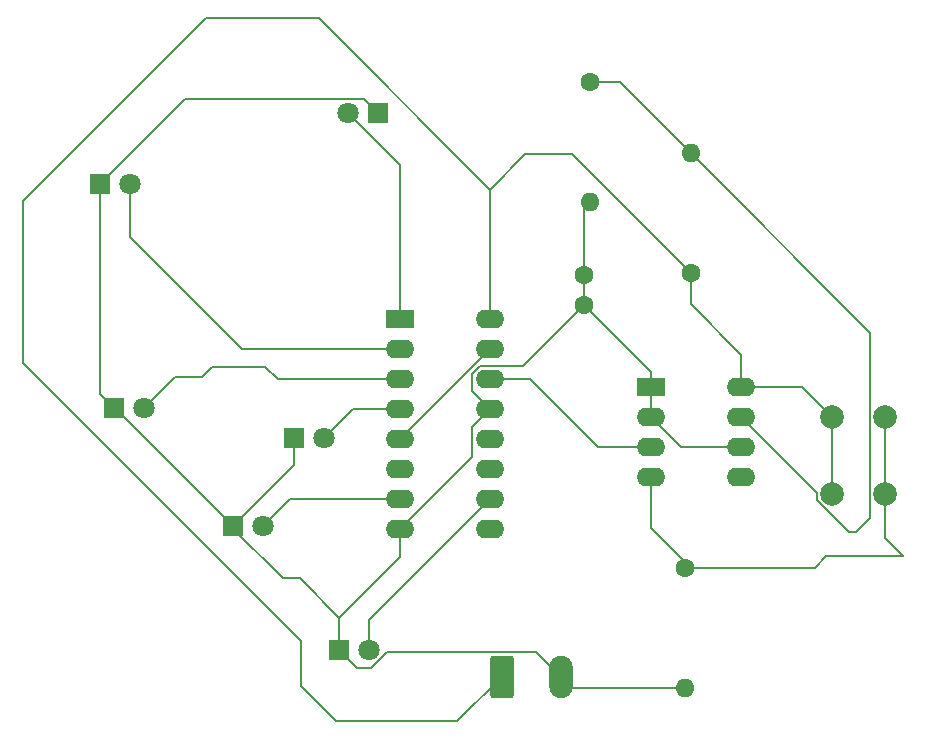
<source format=gbr>
%TF.GenerationSoftware,KiCad,Pcbnew,8.0.5*%
%TF.CreationDate,2024-09-28T21:24:11+05:30*%
%TF.ProjectId,555 DICE,35353520-4449-4434-952e-6b696361645f,rev?*%
%TF.SameCoordinates,Original*%
%TF.FileFunction,Copper,L1,Top*%
%TF.FilePolarity,Positive*%
%FSLAX46Y46*%
G04 Gerber Fmt 4.6, Leading zero omitted, Abs format (unit mm)*
G04 Created by KiCad (PCBNEW 8.0.5) date 2024-09-28 21:24:11*
%MOMM*%
%LPD*%
G01*
G04 APERTURE LIST*
G04 Aperture macros list*
%AMRoundRect*
0 Rectangle with rounded corners*
0 $1 Rounding radius*
0 $2 $3 $4 $5 $6 $7 $8 $9 X,Y pos of 4 corners*
0 Add a 4 corners polygon primitive as box body*
4,1,4,$2,$3,$4,$5,$6,$7,$8,$9,$2,$3,0*
0 Add four circle primitives for the rounded corners*
1,1,$1+$1,$2,$3*
1,1,$1+$1,$4,$5*
1,1,$1+$1,$6,$7*
1,1,$1+$1,$8,$9*
0 Add four rect primitives between the rounded corners*
20,1,$1+$1,$2,$3,$4,$5,0*
20,1,$1+$1,$4,$5,$6,$7,0*
20,1,$1+$1,$6,$7,$8,$9,0*
20,1,$1+$1,$8,$9,$2,$3,0*%
G04 Aperture macros list end*
%TA.AperFunction,ComponentPad*%
%ADD10R,2.400000X1.600000*%
%TD*%
%TA.AperFunction,ComponentPad*%
%ADD11O,2.400000X1.600000*%
%TD*%
%TA.AperFunction,ComponentPad*%
%ADD12C,2.000000*%
%TD*%
%TA.AperFunction,ComponentPad*%
%ADD13C,1.600000*%
%TD*%
%TA.AperFunction,ComponentPad*%
%ADD14O,1.600000X1.600000*%
%TD*%
%TA.AperFunction,ComponentPad*%
%ADD15R,1.800000X1.800000*%
%TD*%
%TA.AperFunction,ComponentPad*%
%ADD16C,1.800000*%
%TD*%
%TA.AperFunction,ComponentPad*%
%ADD17RoundRect,0.250000X-0.750000X-1.550000X0.750000X-1.550000X0.750000X1.550000X-0.750000X1.550000X0*%
%TD*%
%TA.AperFunction,ComponentPad*%
%ADD18O,2.000000X3.600000*%
%TD*%
%TA.AperFunction,Conductor*%
%ADD19C,0.200000*%
%TD*%
G04 APERTURE END LIST*
D10*
%TO.P,U2,1,Q5*%
%TO.N,Net-(D2-A)*%
X65880000Y-72460000D03*
D11*
%TO.P,U2,2,Q1*%
%TO.N,Net-(D5-A)*%
X65880000Y-75000000D03*
%TO.P,U2,3,Q0*%
%TO.N,Net-(D6-A)*%
X65880000Y-77540000D03*
%TO.P,U2,4,Q2*%
%TO.N,Net-(D3-A)*%
X65880000Y-80080000D03*
%TO.P,U2,5,Q6*%
%TO.N,Net-(U2-Q6)*%
X65880000Y-82620000D03*
%TO.P,U2,6,Q7*%
%TO.N,unconnected-(U2-Q7-Pad6)*%
X65880000Y-85160000D03*
%TO.P,U2,7,Q3*%
%TO.N,Net-(D4-A)*%
X65880000Y-87700000D03*
%TO.P,U2,8,VSS*%
%TO.N,GND*%
X65880000Y-90240000D03*
%TO.P,U2,9,Q8*%
%TO.N,unconnected-(U2-Q8-Pad9)*%
X73500000Y-90240000D03*
%TO.P,U2,10,Q4*%
%TO.N,Net-(D1-A)*%
X73500000Y-87700000D03*
%TO.P,U2,11,Q9*%
%TO.N,unconnected-(U2-Q9-Pad11)*%
X73500000Y-85160000D03*
%TO.P,U2,12,Cout*%
%TO.N,unconnected-(U2-Cout-Pad12)*%
X73500000Y-82620000D03*
%TO.P,U2,13,CKEN*%
%TO.N,GND*%
X73500000Y-80080000D03*
%TO.P,U2,14,CLK*%
%TO.N,Net-(U1-Q)*%
X73500000Y-77540000D03*
%TO.P,U2,15,Reset*%
%TO.N,Net-(U2-Q6)*%
X73500000Y-75000000D03*
%TO.P,U2,16,VDD*%
%TO.N,Net-(9V1-Pin_1)*%
X73500000Y-72460000D03*
%TD*%
D10*
%TO.P,U1,1,GND*%
%TO.N,GND*%
X87175000Y-78200000D03*
D11*
%TO.P,U1,2,TR*%
X87175000Y-80740000D03*
%TO.P,U1,3,Q*%
%TO.N,Net-(U1-Q)*%
X87175000Y-83280000D03*
%TO.P,U1,4,R*%
%TO.N,Net-(U1-R)*%
X87175000Y-85820000D03*
%TO.P,U1,5,CV*%
%TO.N,Net-(U1-CV)*%
X94795000Y-85820000D03*
%TO.P,U1,6,THR*%
%TO.N,GND*%
X94795000Y-83280000D03*
%TO.P,U1,7,DIS*%
%TO.N,Net-(U1-DIS)*%
X94795000Y-80740000D03*
%TO.P,U1,8,VCC*%
%TO.N,Net-(9V1-Pin_1)*%
X94795000Y-78200000D03*
%TD*%
D12*
%TO.P,SW2,1,1*%
%TO.N,Net-(U1-R)*%
X107000000Y-80750000D03*
X107000000Y-87250000D03*
%TO.P,SW2,2,2*%
%TO.N,Net-(9V1-Pin_1)*%
X102500000Y-80750000D03*
X102500000Y-87250000D03*
%TD*%
D13*
%TO.P,R3,1*%
%TO.N,Net-(U1-R)*%
X90000000Y-93500000D03*
D14*
%TO.P,R3,2*%
%TO.N,GND*%
X90000000Y-103660000D03*
%TD*%
D13*
%TO.P,R2,1*%
%TO.N,Net-(U1-DIS)*%
X82000000Y-52420000D03*
D14*
%TO.P,R2,2*%
%TO.N,GND*%
X82000000Y-62580000D03*
%TD*%
D13*
%TO.P,R1,1*%
%TO.N,Net-(9V1-Pin_1)*%
X90500000Y-68580000D03*
D14*
%TO.P,R1,2*%
%TO.N,Net-(U1-DIS)*%
X90500000Y-58420000D03*
%TD*%
D15*
%TO.P,D6,1,K*%
%TO.N,GND*%
X41725000Y-80000000D03*
D16*
%TO.P,D6,2,A*%
%TO.N,Net-(D6-A)*%
X44265000Y-80000000D03*
%TD*%
D15*
%TO.P,D5,1,K*%
%TO.N,GND*%
X40500000Y-61000000D03*
D16*
%TO.P,D5,2,A*%
%TO.N,Net-(D5-A)*%
X43040000Y-61000000D03*
%TD*%
D15*
%TO.P,D4,1,K*%
%TO.N,GND*%
X51775000Y-90000000D03*
D16*
%TO.P,D4,2,A*%
%TO.N,Net-(D4-A)*%
X54315000Y-90000000D03*
%TD*%
D15*
%TO.P,D3,1,K*%
%TO.N,GND*%
X56960000Y-82500000D03*
D16*
%TO.P,D3,2,A*%
%TO.N,Net-(D3-A)*%
X59500000Y-82500000D03*
%TD*%
D15*
%TO.P,D2,1,K*%
%TO.N,GND*%
X64040000Y-55000000D03*
D16*
%TO.P,D2,2,A*%
%TO.N,Net-(D2-A)*%
X61500000Y-55000000D03*
%TD*%
D15*
%TO.P,D1,1,K*%
%TO.N,GND*%
X60725000Y-100500000D03*
D16*
%TO.P,D1,2,A*%
%TO.N,Net-(D1-A)*%
X63265000Y-100500000D03*
%TD*%
D13*
%TO.P,C2,1*%
%TO.N,GND*%
X81500000Y-71250000D03*
%TO.P,C2,2*%
X81500000Y-68750000D03*
%TD*%
D17*
%TO.P,9V1,1,Pin_1*%
%TO.N,Net-(9V1-Pin_1)*%
X74500000Y-102722500D03*
D18*
%TO.P,9V1,2,Pin_2*%
%TO.N,GND*%
X79500000Y-102722500D03*
%TD*%
D19*
%TO.N,GND*%
X72644365Y-76440000D02*
X72000000Y-77084365D01*
X72000000Y-78580000D02*
X73500000Y-80080000D01*
X76310000Y-76440000D02*
X72644365Y-76440000D01*
X81500000Y-71250000D02*
X76310000Y-76440000D01*
X72000000Y-77084365D02*
X72000000Y-78580000D01*
%TO.N,Net-(9V1-Pin_1)*%
X90500000Y-71160000D02*
X90500000Y-68580000D01*
X94795000Y-75455000D02*
X90500000Y-71160000D01*
X76500000Y-58500000D02*
X80420000Y-58500000D01*
X80420000Y-58500000D02*
X90500000Y-68580000D01*
%TO.N,GND*%
X81500000Y-63080000D02*
X82000000Y-62580000D01*
X81500000Y-71250000D02*
X81500000Y-63080000D01*
X87175000Y-76925000D02*
X81500000Y-71250000D01*
X87175000Y-78200000D02*
X87175000Y-76925000D01*
%TO.N,Net-(9V1-Pin_1)*%
X99950000Y-78200000D02*
X94795000Y-78200000D01*
X102500000Y-80750000D02*
X99950000Y-78200000D01*
%TO.N,Net-(U1-R)*%
X107000000Y-91000000D02*
X108500000Y-92500000D01*
X107000000Y-80750000D02*
X107000000Y-91000000D01*
%TO.N,Net-(U1-DIS)*%
X101200000Y-87145000D02*
X94795000Y-80740000D01*
X104500000Y-90500000D02*
X103911522Y-90500000D01*
X105700000Y-89300000D02*
X104500000Y-90500000D01*
X103911522Y-90500000D02*
X101200000Y-87788478D01*
X105700000Y-73620000D02*
X105700000Y-89300000D01*
X90500000Y-58420000D02*
X105700000Y-73620000D01*
X101200000Y-87788478D02*
X101200000Y-87145000D01*
X84500000Y-52420000D02*
X90500000Y-58420000D01*
X82000000Y-52420000D02*
X84500000Y-52420000D01*
%TO.N,Net-(U1-Q)*%
X82655000Y-83280000D02*
X76915000Y-77540000D01*
X87175000Y-83280000D02*
X82655000Y-83280000D01*
%TO.N,GND*%
X87175000Y-78200000D02*
X87175000Y-80740000D01*
X89715000Y-83280000D02*
X87175000Y-80740000D01*
X94795000Y-83280000D02*
X89715000Y-83280000D01*
X80437500Y-103660000D02*
X79500000Y-102722500D01*
X90000000Y-103660000D02*
X80437500Y-103660000D01*
%TO.N,Net-(U1-R)*%
X90000000Y-93000000D02*
X87175000Y-90175000D01*
X87175000Y-90175000D02*
X87175000Y-85820000D01*
X90000000Y-93500000D02*
X90000000Y-93000000D01*
X101000000Y-93500000D02*
X102000000Y-92500000D01*
X90000000Y-93500000D02*
X101000000Y-93500000D01*
X108500000Y-92500000D02*
X102000000Y-92500000D01*
%TO.N,Net-(9V1-Pin_1)*%
X102500000Y-80750000D02*
X102500000Y-87250000D01*
X94795000Y-78200000D02*
X94795000Y-75455000D01*
%TO.N,GND*%
X63462057Y-102000000D02*
X62225000Y-102000000D01*
X64839557Y-100622500D02*
X63462057Y-102000000D01*
X62225000Y-102000000D02*
X60725000Y-100500000D01*
X77400000Y-100622500D02*
X64839557Y-100622500D01*
X79500000Y-102722500D02*
X77400000Y-100622500D01*
%TO.N,Net-(9V1-Pin_1)*%
X70722500Y-106500000D02*
X60500000Y-106500000D01*
X74500000Y-102722500D02*
X70722500Y-106500000D01*
X76500000Y-58500000D02*
X73500000Y-61500000D01*
%TO.N,Net-(U1-Q)*%
X73500000Y-77540000D02*
X76915000Y-77540000D01*
%TO.N,GND*%
X73500000Y-80080000D02*
X73900000Y-80080000D01*
%TO.N,Net-(9V1-Pin_1)*%
X57500000Y-103500000D02*
X60500000Y-106500000D01*
X57500000Y-99675000D02*
X57500000Y-103500000D01*
X34000000Y-76175000D02*
X57500000Y-99675000D01*
X34000000Y-62500000D02*
X34000000Y-76175000D01*
X49500000Y-47000000D02*
X34000000Y-62500000D01*
X59000000Y-47000000D02*
X49500000Y-47000000D01*
X73500000Y-61500000D02*
X59000000Y-47000000D01*
X73500000Y-72460000D02*
X73500000Y-61500000D01*
%TO.N,Net-(U2-Q6)*%
X65880000Y-82620000D02*
X73500000Y-75000000D01*
%TO.N,GND*%
X72000000Y-81580000D02*
X73500000Y-80080000D01*
X65880000Y-90240000D02*
X72000000Y-84120000D01*
X72000000Y-84120000D02*
X72000000Y-81580000D01*
%TO.N,Net-(D1-A)*%
X63265000Y-97935000D02*
X73500000Y-87700000D01*
X63265000Y-100500000D02*
X63265000Y-97935000D01*
%TO.N,GND*%
X57400000Y-94410000D02*
X60725000Y-97735000D01*
X55960000Y-94410000D02*
X57400000Y-94410000D01*
X60725000Y-97735000D02*
X60725000Y-100500000D01*
X65880000Y-92580000D02*
X60725000Y-97735000D01*
%TO.N,Net-(D3-A)*%
X61920000Y-80080000D02*
X65880000Y-80080000D01*
X59500000Y-82500000D02*
X61920000Y-80080000D01*
%TO.N,Net-(D4-A)*%
X56615000Y-87700000D02*
X65880000Y-87700000D01*
X54315000Y-90000000D02*
X56615000Y-87700000D01*
%TO.N,GND*%
X65880000Y-90240000D02*
X65880000Y-92580000D01*
X51775000Y-90225000D02*
X55960000Y-94410000D01*
X51775000Y-90000000D02*
X51775000Y-90225000D01*
X56960000Y-82500000D02*
X56960000Y-84815000D01*
X56960000Y-84815000D02*
X51775000Y-90000000D01*
X41775000Y-80000000D02*
X51775000Y-90000000D01*
X41725000Y-80000000D02*
X41775000Y-80000000D01*
X40500000Y-78775000D02*
X41725000Y-80000000D01*
X40500000Y-61000000D02*
X40500000Y-78775000D01*
X47700000Y-53800000D02*
X40500000Y-61000000D01*
X64040000Y-55000000D02*
X62840000Y-53800000D01*
X62840000Y-53800000D02*
X47700000Y-53800000D01*
%TO.N,Net-(D6-A)*%
X46882500Y-77382500D02*
X49117500Y-77382500D01*
X49117500Y-77382500D02*
X50000000Y-76500000D01*
X44265000Y-80000000D02*
X46882500Y-77382500D01*
%TO.N,Net-(D5-A)*%
X43040000Y-61000000D02*
X43040000Y-65540000D01*
X52500000Y-75000000D02*
X65880000Y-75000000D01*
X43040000Y-65540000D02*
X52500000Y-75000000D01*
%TO.N,Net-(D6-A)*%
X50000000Y-76500000D02*
X54500000Y-76500000D01*
X54500000Y-76500000D02*
X55540000Y-77540000D01*
X55540000Y-77540000D02*
X65880000Y-77540000D01*
%TO.N,Net-(D2-A)*%
X65880000Y-59380000D02*
X65880000Y-72460000D01*
X61500000Y-55000000D02*
X65880000Y-59380000D01*
%TD*%
M02*

</source>
